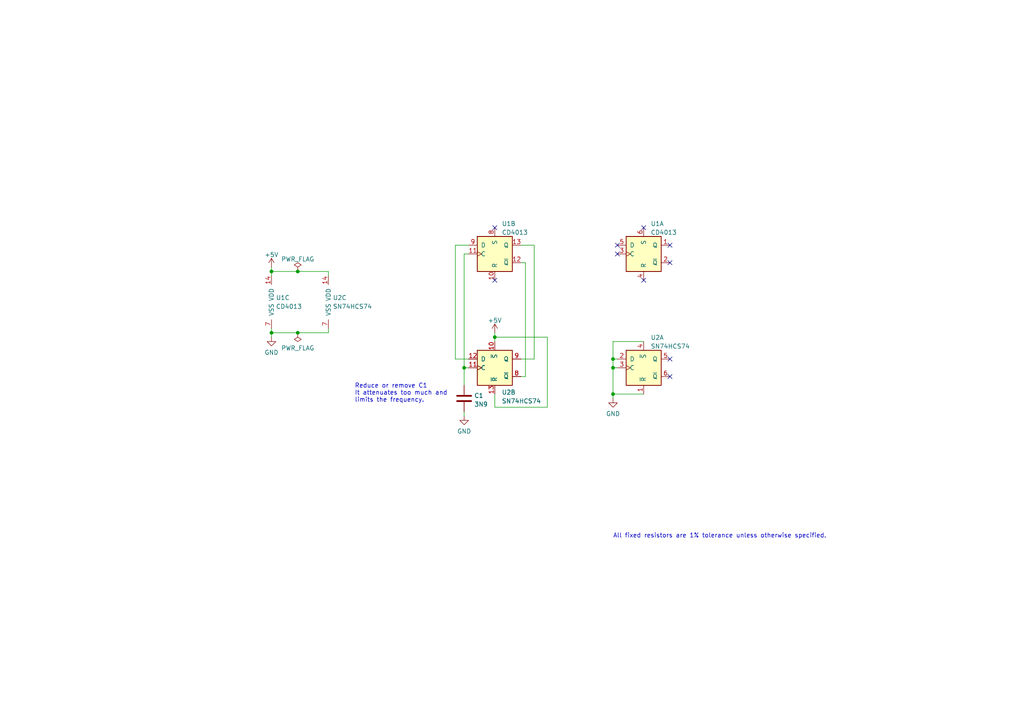
<source format=kicad_sch>
(kicad_sch (version 20211123) (generator eeschema)

  (uuid ec4976bd-238c-408a-9b53-7e9933418ed9)

  (paper "A4")

  (title_block
    (title "VCO-2131 Sub Bodge")
    (date "2022-07-04")
    (rev "1.0")
    (company "Len Popp")
    (comment 1 "Copyright © 2022 Len Popp CC BY")
    (comment 2 "Bodge board to fix sub-oscillator")
  )

  (lib_symbols
    (symbol "-lmp-IC-misc:CD4013" (pin_names (offset 1.016)) (in_bom yes) (on_board yes)
      (property "Reference" "U" (id 0) (at -7.62 8.89 0)
        (effects (font (size 1.27 1.27)))
      )
      (property "Value" "CD4013" (id 1) (at -7.62 -8.89 0)
        (effects (font (size 1.27 1.27)))
      )
      (property "Footprint" "Package_DIP:DIP-14_W7.62mm" (id 2) (at 0 1.016 0)
        (effects (font (size 1.27 1.27)) hide)
      )
      (property "Datasheet" "https://www.ti.com/lit/ds/symlink/cd4013b.pdf" (id 3) (at 0 1.016 0)
        (effects (font (size 1.27 1.27)) hide)
      )
      (property "Manufacturer" "Texas Instruments" (id 4) (at 0 0 0)
        (effects (font (size 1.27 1.27)) hide)
      )
      (property "ManufacturerPartNum" "CD4013BE" (id 5) (at 0 0 0)
        (effects (font (size 1.27 1.27)) hide)
      )
      (property "Distributor" "Mouser" (id 6) (at 0 0 0)
        (effects (font (size 1.27 1.27)) hide)
      )
      (property "DistributorPartNum" "595-CD4013BE" (id 7) (at 0 0 0)
        (effects (font (size 1.27 1.27)) hide)
      )
      (property "DistributorPartLink" "https://www.mouser.ca/ProductDetail/Texas-Instruments/CD4013BE?qs=pt%2FIv5r0EPc2Chv9B9JKAA==" (id 8) (at 0 0 0)
        (effects (font (size 1.27 1.27)) hide)
      )
      (property "ki_locked" "" (id 9) (at 0 0 0)
        (effects (font (size 1.27 1.27)))
      )
      (property "ki_keywords" "CMOS DFF" (id 10) (at 0 0 0)
        (effects (font (size 1.27 1.27)) hide)
      )
      (property "ki_description" "Dual D  FlipFlop, Set & reset" (id 11) (at 0 0 0)
        (effects (font (size 1.27 1.27)) hide)
      )
      (property "ki_fp_filters" "DIP*W7.62mm* SOIC*3.9x9.9mm*P1.27mm* TSSOP*4.4x5mm*P0.65mm*" (id 12) (at 0 0 0)
        (effects (font (size 1.27 1.27)) hide)
      )
      (symbol "CD4013_1_1"
        (rectangle (start -5.08 5.08) (end 5.08 -5.08)
          (stroke (width 0.254) (type default) (color 0 0 0 0))
          (fill (type background))
        )
        (pin output line (at 7.62 2.54 180) (length 2.54)
          (name "Q" (effects (font (size 1.27 1.27))))
          (number "1" (effects (font (size 1.27 1.27))))
        )
        (pin output line (at 7.62 -2.54 180) (length 2.54)
          (name "~{Q}" (effects (font (size 1.27 1.27))))
          (number "2" (effects (font (size 1.27 1.27))))
        )
        (pin input clock (at -7.62 0 0) (length 2.54)
          (name "C" (effects (font (size 1.27 1.27))))
          (number "3" (effects (font (size 1.27 1.27))))
        )
        (pin input line (at 0 -7.62 90) (length 2.54)
          (name "R" (effects (font (size 1.27 1.27))))
          (number "4" (effects (font (size 1.27 1.27))))
        )
        (pin input line (at -7.62 2.54 0) (length 2.54)
          (name "D" (effects (font (size 1.27 1.27))))
          (number "5" (effects (font (size 1.27 1.27))))
        )
        (pin input line (at 0 7.62 270) (length 2.54)
          (name "S" (effects (font (size 1.27 1.27))))
          (number "6" (effects (font (size 1.27 1.27))))
        )
      )
      (symbol "CD4013_2_1"
        (rectangle (start -5.08 5.08) (end 5.08 -5.08)
          (stroke (width 0.254) (type default) (color 0 0 0 0))
          (fill (type background))
        )
        (pin input line (at 0 -7.62 90) (length 2.54)
          (name "R" (effects (font (size 1.27 1.27))))
          (number "10" (effects (font (size 1.27 1.27))))
        )
        (pin input clock (at -7.62 0 0) (length 2.54)
          (name "C" (effects (font (size 1.27 1.27))))
          (number "11" (effects (font (size 1.27 1.27))))
        )
        (pin output line (at 7.62 -2.54 180) (length 2.54)
          (name "~{Q}" (effects (font (size 1.27 1.27))))
          (number "12" (effects (font (size 1.27 1.27))))
        )
        (pin output line (at 7.62 2.54 180) (length 2.54)
          (name "Q" (effects (font (size 1.27 1.27))))
          (number "13" (effects (font (size 1.27 1.27))))
        )
        (pin input line (at 0 7.62 270) (length 2.54)
          (name "S" (effects (font (size 1.27 1.27))))
          (number "8" (effects (font (size 1.27 1.27))))
        )
        (pin input line (at -7.62 2.54 0) (length 2.54)
          (name "D" (effects (font (size 1.27 1.27))))
          (number "9" (effects (font (size 1.27 1.27))))
        )
      )
      (symbol "CD4013_3_1"
        (pin power_in line (at 3.81 7.62 270) (length 2.54)
          (name "VDD" (effects (font (size 1.27 1.27))))
          (number "14" (effects (font (size 1.27 1.27))))
        )
        (pin power_in line (at 3.81 -7.62 90) (length 2.54)
          (name "VSS" (effects (font (size 1.27 1.27))))
          (number "7" (effects (font (size 1.27 1.27))))
        )
      )
    )
    (symbol "-lmp-IC-misc:SN74HCS74" (pin_names (offset 1.016)) (in_bom yes) (on_board yes)
      (property "Reference" "U" (id 0) (at -7.62 8.89 0)
        (effects (font (size 1.27 1.27)))
      )
      (property "Value" "SN74HCS74" (id 1) (at -7.62 -8.89 0)
        (effects (font (size 1.27 1.27)))
      )
      (property "Footprint" "Package_SO:SOIC-14_3.9x8.7mm_P1.27mm" (id 2) (at 0 0 0)
        (effects (font (size 1.27 1.27)) hide)
      )
      (property "Datasheet" "https://www.ti.com/lit/ds/symlink/sn74hcs74.pdf" (id 3) (at 0 0 0)
        (effects (font (size 1.27 1.27)) hide)
      )
      (property "Manufacturer" "Texas Instruments" (id 4) (at 0 0 0)
        (effects (font (size 1.27 1.27)) hide)
      )
      (property "ManufacturerPartNum" "SN74HCS74DR" (id 5) (at 0 0 0)
        (effects (font (size 1.27 1.27)) hide)
      )
      (property "Distributor" "Mouser" (id 6) (at 0 0 0)
        (effects (font (size 1.27 1.27)) hide)
      )
      (property "DistributorPartNum" "595-SN74HCS74DR" (id 7) (at 0 0 0)
        (effects (font (size 1.27 1.27)) hide)
      )
      (property "DistributorPartLink" "https://www.mouser.ca/ProductDetail/Texas-Instruments/SN74HCS74DR?qs=TiOZkKH1s2QvGxo75w4r5Q%3D%3D" (id 8) (at 0 0 0)
        (effects (font (size 1.27 1.27)) hide)
      )
      (property "ki_locked" "" (id 9) (at 0 0 0)
        (effects (font (size 1.27 1.27)))
      )
      (property "ki_keywords" "CMOS D flip-flop schmitt" (id 10) (at 0 0 0)
        (effects (font (size 1.27 1.27)) hide)
      )
      (property "ki_description" "CMOS Dual D Flip-flop, Set & Reset, Positive-edge Triggered, Schmitt-trigger Input" (id 11) (at 0 0 0)
        (effects (font (size 1.27 1.27)) hide)
      )
      (property "ki_fp_filters" "Breakout*DIP*14*W15.24mm* SOIC*14*3.9*8.7*P1.27*" (id 12) (at 0 0 0)
        (effects (font (size 1.27 1.27)) hide)
      )
      (symbol "SN74HCS74_1_0"
        (pin input line (at 0 -7.62 90) (length 2.54)
          (name "~{R}" (effects (font (size 1.27 1.27))))
          (number "1" (effects (font (size 1.27 1.27))))
        )
        (pin input line (at -7.62 2.54 0) (length 2.54)
          (name "D" (effects (font (size 1.27 1.27))))
          (number "2" (effects (font (size 1.27 1.27))))
        )
        (pin input clock (at -7.62 0 0) (length 2.54)
          (name "C" (effects (font (size 1.27 1.27))))
          (number "3" (effects (font (size 1.27 1.27))))
        )
        (pin input line (at 0 7.62 270) (length 2.54)
          (name "~{S}" (effects (font (size 1.27 1.27))))
          (number "4" (effects (font (size 1.27 1.27))))
        )
        (pin output line (at 7.62 2.54 180) (length 2.54)
          (name "Q" (effects (font (size 1.27 1.27))))
          (number "5" (effects (font (size 1.27 1.27))))
        )
        (pin output line (at 7.62 -2.54 180) (length 2.54)
          (name "~{Q}" (effects (font (size 1.27 1.27))))
          (number "6" (effects (font (size 1.27 1.27))))
        )
      )
      (symbol "SN74HCS74_1_1"
        (rectangle (start -5.08 5.08) (end 5.08 -5.08)
          (stroke (width 0.254) (type default) (color 0 0 0 0))
          (fill (type background))
        )
      )
      (symbol "SN74HCS74_2_0"
        (pin input line (at 0 7.62 270) (length 2.54)
          (name "~{S}" (effects (font (size 1.27 1.27))))
          (number "10" (effects (font (size 1.27 1.27))))
        )
        (pin input clock (at -7.62 0 0) (length 2.54)
          (name "C" (effects (font (size 1.27 1.27))))
          (number "11" (effects (font (size 1.27 1.27))))
        )
        (pin input line (at -7.62 2.54 0) (length 2.54)
          (name "D" (effects (font (size 1.27 1.27))))
          (number "12" (effects (font (size 1.27 1.27))))
        )
        (pin input line (at 0 -7.62 90) (length 2.54)
          (name "~{R}" (effects (font (size 1.27 1.27))))
          (number "13" (effects (font (size 1.27 1.27))))
        )
        (pin output line (at 7.62 -2.54 180) (length 2.54)
          (name "~{Q}" (effects (font (size 1.27 1.27))))
          (number "8" (effects (font (size 1.27 1.27))))
        )
        (pin output line (at 7.62 2.54 180) (length 2.54)
          (name "Q" (effects (font (size 1.27 1.27))))
          (number "9" (effects (font (size 1.27 1.27))))
        )
      )
      (symbol "SN74HCS74_2_1"
        (rectangle (start -5.08 5.08) (end 5.08 -5.08)
          (stroke (width 0.254) (type default) (color 0 0 0 0))
          (fill (type background))
        )
      )
      (symbol "SN74HCS74_3_1"
        (pin power_in line (at 0 7.62 270) (length 2.54)
          (name "VDD" (effects (font (size 1.27 1.27))))
          (number "14" (effects (font (size 1.27 1.27))))
        )
        (pin power_in line (at 0 -7.62 90) (length 2.54)
          (name "VSS" (effects (font (size 1.27 1.27))))
          (number "7" (effects (font (size 1.27 1.27))))
        )
      )
    )
    (symbol "-lmp-power:+5V" (power) (pin_names (offset 0)) (in_bom yes) (on_board yes)
      (property "Reference" "#PWR" (id 0) (at 0 -3.81 0)
        (effects (font (size 1.27 1.27)) hide)
      )
      (property "Value" "+5V" (id 1) (at 0 3.556 0)
        (effects (font (size 1.27 1.27)))
      )
      (property "Footprint" "" (id 2) (at 0 0 0)
        (effects (font (size 1.27 1.27)) hide)
      )
      (property "Datasheet" "" (id 3) (at 0 0 0)
        (effects (font (size 1.27 1.27)) hide)
      )
      (property "ki_keywords" "power-flag" (id 4) (at 0 0 0)
        (effects (font (size 1.27 1.27)) hide)
      )
      (property "ki_description" "Power symbol creates a global label with name \"+5V\"" (id 5) (at 0 0 0)
        (effects (font (size 1.27 1.27)) hide)
      )
      (symbol "+5V_0_1"
        (polyline
          (pts
            (xy -0.762 1.27)
            (xy 0 2.54)
          )
          (stroke (width 0) (type default) (color 0 0 0 0))
          (fill (type none))
        )
        (polyline
          (pts
            (xy 0 0)
            (xy 0 2.54)
          )
          (stroke (width 0) (type default) (color 0 0 0 0))
          (fill (type none))
        )
        (polyline
          (pts
            (xy 0 2.54)
            (xy 0.762 1.27)
          )
          (stroke (width 0) (type default) (color 0 0 0 0))
          (fill (type none))
        )
      )
      (symbol "+5V_1_1"
        (pin power_in line (at 0 0 90) (length 0) hide
          (name "+5V" (effects (font (size 1.27 1.27))))
          (number "1" (effects (font (size 1.27 1.27))))
        )
      )
    )
    (symbol "-lmp-power:GND" (power) (pin_names (offset 0)) (in_bom yes) (on_board yes)
      (property "Reference" "#PWR" (id 0) (at 0 -6.35 0)
        (effects (font (size 1.27 1.27)) hide)
      )
      (property "Value" "GND" (id 1) (at 0 -3.81 0)
        (effects (font (size 1.27 1.27)))
      )
      (property "Footprint" "" (id 2) (at 0 0 0)
        (effects (font (size 1.27 1.27)) hide)
      )
      (property "Datasheet" "" (id 3) (at 0 0 0)
        (effects (font (size 1.27 1.27)) hide)
      )
      (property "ki_keywords" "power-flag" (id 4) (at 0 0 0)
        (effects (font (size 1.27 1.27)) hide)
      )
      (property "ki_description" "Power symbol creates a global label with name \"GND\" , ground" (id 5) (at 0 0 0)
        (effects (font (size 1.27 1.27)) hide)
      )
      (symbol "GND_0_1"
        (polyline
          (pts
            (xy 0 0)
            (xy 0 -1.27)
            (xy 1.27 -1.27)
            (xy 0 -2.54)
            (xy -1.27 -1.27)
            (xy 0 -1.27)
          )
          (stroke (width 0) (type default) (color 0 0 0 0))
          (fill (type none))
        )
      )
      (symbol "GND_1_1"
        (pin power_in line (at 0 0 270) (length 0) hide
          (name "GND" (effects (font (size 1.27 1.27))))
          (number "1" (effects (font (size 1.27 1.27))))
        )
      )
    )
    (symbol "-lmp-power:PWR_FLAG" (power) (pin_numbers hide) (pin_names (offset 0) hide) (in_bom yes) (on_board yes)
      (property "Reference" "#FLG" (id 0) (at 0 1.905 0)
        (effects (font (size 1.27 1.27)) hide)
      )
      (property "Value" "PWR_FLAG" (id 1) (at 0 3.81 0)
        (effects (font (size 1.27 1.27)))
      )
      (property "Footprint" "" (id 2) (at 0 0 0)
        (effects (font (size 1.27 1.27)) hide)
      )
      (property "Datasheet" "~" (id 3) (at 0 0 0)
        (effects (font (size 1.27 1.27)) hide)
      )
      (property "ki_keywords" "power-flag" (id 4) (at 0 0 0)
        (effects (font (size 1.27 1.27)) hide)
      )
      (property "ki_description" "Special symbol for telling ERC where power comes from" (id 5) (at 0 0 0)
        (effects (font (size 1.27 1.27)) hide)
      )
      (symbol "PWR_FLAG_0_0"
        (pin power_out line (at 0 0 90) (length 0)
          (name "pwr" (effects (font (size 1.27 1.27))))
          (number "1" (effects (font (size 1.27 1.27))))
        )
      )
      (symbol "PWR_FLAG_0_1"
        (polyline
          (pts
            (xy 0 0)
            (xy 0 1.27)
            (xy -1.016 1.905)
            (xy 0 2.54)
            (xy 1.016 1.905)
            (xy 0 1.27)
          )
          (stroke (width 0) (type default) (color 0 0 0 0))
          (fill (type none))
        )
      )
    )
    (symbol "-lmp:CF" (pin_numbers hide) (pin_names (offset 0.254)) (in_bom yes) (on_board yes)
      (property "Reference" "C" (id 0) (at 0.635 2.54 0)
        (effects (font (size 1.27 1.27)) (justify left))
      )
      (property "Value" "CF" (id 1) (at 0.635 -2.54 0)
        (effects (font (size 1.27 1.27)) (justify left))
      )
      (property "Footprint" "" (id 2) (at 0.9652 -3.81 0)
        (effects (font (size 1.27 1.27)) hide)
      )
      (property "Datasheet" "~" (id 3) (at 0 0 0)
        (effects (font (size 1.27 1.27)) hide)
      )
      (property "ki_keywords" "cap capacitor film" (id 4) (at 0 0 0)
        (effects (font (size 1.27 1.27)) hide)
      )
      (property "ki_description" "Capacitor - Film" (id 5) (at 0 0 0)
        (effects (font (size 1.27 1.27)) hide)
      )
      (property "ki_fp_filters" "C_*" (id 6) (at 0 0 0)
        (effects (font (size 1.27 1.27)) hide)
      )
      (symbol "CF_0_1"
        (polyline
          (pts
            (xy -2.032 -0.762)
            (xy 2.032 -0.762)
          )
          (stroke (width 0.508) (type default) (color 0 0 0 0))
          (fill (type none))
        )
        (polyline
          (pts
            (xy -2.032 0.762)
            (xy 2.032 0.762)
          )
          (stroke (width 0.508) (type default) (color 0 0 0 0))
          (fill (type none))
        )
      )
      (symbol "CF_1_1"
        (pin passive line (at 0 3.81 270) (length 2.794)
          (name "~" (effects (font (size 1.27 1.27))))
          (number "1" (effects (font (size 1.27 1.27))))
        )
        (pin passive line (at 0 -3.81 90) (length 2.794)
          (name "~" (effects (font (size 1.27 1.27))))
          (number "2" (effects (font (size 1.27 1.27))))
        )
      )
    )
    (symbol "SN74HCS74_1" (pin_names (offset 1.016)) (in_bom yes) (on_board yes)
      (property "Reference" "U" (id 0) (at -7.62 8.89 0)
        (effects (font (size 1.27 1.27)))
      )
      (property "Value" "SN74HCS74_1" (id 1) (at -7.62 -8.89 0)
        (effects (font (size 1.27 1.27)))
      )
      (property "Footprint" "Package_SO:SOIC-14_3.9x8.7mm_P1.27mm" (id 2) (at 0 0 0)
        (effects (font (size 1.27 1.27)) hide)
      )
      (property "Datasheet" "https://www.ti.com/lit/ds/symlink/sn74hcs74.pdf" (id 3) (at 0 0 0)
        (effects (font (size 1.27 1.27)) hide)
      )
      (property "Manufacturer" "Texas Instruments" (id 4) (at 0 0 0)
        (effects (font (size 1.27 1.27)) hide)
      )
      (property "ManufacturerPartNum" "SN74HCS74DR" (id 5) (at 0 0 0)
        (effects (font (size 1.27 1.27)) hide)
      )
      (property "Distributor" "Mouser" (id 6) (at 0 0 0)
        (effects (font (size 1.27 1.27)) hide)
      )
      (property "DistributorPartNum" "595-SN74HCS74DR" (id 7) (at 0 0 0)
        (effects (font (size 1.27 1.27)) hide)
      )
      (property "DistributorPartLink" "https://www.mouser.ca/ProductDetail/Texas-Instruments/SN74HCS74DR?qs=TiOZkKH1s2QvGxo75w4r5Q%3D%3D" (id 8) (at 0 0 0)
        (effects (font (size 1.27 1.27)) hide)
      )
      (property "ki_locked" "" (id 9) (at 0 0 0)
        (effects (font (size 1.27 1.27)))
      )
      (property "ki_keywords" "CMOS D flip-flop schmitt" (id 10) (at 0 0 0)
        (effects (font (size 1.27 1.27)) hide)
      )
      (property "ki_description" "CMOS Dual D Flip-flop, Set & Reset, Positive-edge Triggered, Schmitt-trigger Input" (id 11) (at 0 0 0)
        (effects (font (size 1.27 1.27)) hide)
      )
      (property "ki_fp_filters" "Breakout*DIP*14*W15.24mm* SOIC*14*3.9*8.7*P1.27*" (id 12) (at 0 0 0)
        (effects (font (size 1.27 1.27)) hide)
      )
      (symbol "SN74HCS74_1_1_0"
        (pin input line (at 0 -7.62 90) (length 2.54)
          (name "~{R}" (effects (font (size 1.27 1.27))))
          (number "1" (effects (font (size 1.27 1.27))))
        )
        (pin input line (at -7.62 2.54 0) (length 2.54)
          (name "D" (effects (font (size 1.27 1.27))))
          (number "2" (effects (font (size 1.27 1.27))))
        )
        (pin input clock (at -7.62 0 0) (length 2.54)
          (name "C" (effects (font (size 1.27 1.27))))
          (number "3" (effects (font (size 1.27 1.27))))
        )
        (pin input line (at 0 7.62 270) (length 2.54)
          (name "~{S}" (effects (font (size 1.27 1.27))))
          (number "4" (effects (font (size 1.27 1.27))))
        )
        (pin output line (at 7.62 2.54 180) (length 2.54)
          (name "Q" (effects (font (size 1.27 1.27))))
          (number "5" (effects (font (size 1.27 1.27))))
        )
        (pin output line (at 7.62 -2.54 180) (length 2.54)
          (name "~{Q}" (effects (font (size 1.27 1.27))))
          (number "6" (effects (font (size 1.27 1.27))))
        )
      )
      (symbol "SN74HCS74_1_1_1"
        (rectangle (start -5.08 5.08) (end 5.08 -5.08)
          (stroke (width 0.254) (type default) (color 0 0 0 0))
          (fill (type background))
        )
      )
      (symbol "SN74HCS74_1_2_0"
        (pin input line (at 0 7.62 270) (length 2.54)
          (name "~{S}" (effects (font (size 1.27 1.27))))
          (number "10" (effects (font (size 1.27 1.27))))
        )
        (pin input clock (at -7.62 0 0) (length 2.54)
          (name "C" (effects (font (size 1.27 1.27))))
          (number "11" (effects (font (size 1.27 1.27))))
        )
        (pin input line (at -7.62 2.54 0) (length 2.54)
          (name "D" (effects (font (size 1.27 1.27))))
          (number "12" (effects (font (size 1.27 1.27))))
        )
        (pin input line (at 0 -7.62 90) (length 2.54)
          (name "~{R}" (effects (font (size 1.27 1.27))))
          (number "13" (effects (font (size 1.27 1.27))))
        )
        (pin output line (at 7.62 -2.54 180) (length 2.54)
          (name "~{Q}" (effects (font (size 1.27 1.27))))
          (number "8" (effects (font (size 1.27 1.27))))
        )
        (pin output line (at 7.62 2.54 180) (length 2.54)
          (name "Q" (effects (font (size 1.27 1.27))))
          (number "9" (effects (font (size 1.27 1.27))))
        )
      )
      (symbol "SN74HCS74_1_2_1"
        (rectangle (start -5.08 5.08) (end 5.08 -5.08)
          (stroke (width 0.254) (type default) (color 0 0 0 0))
          (fill (type background))
        )
      )
      (symbol "SN74HCS74_1_3_1"
        (pin power_in line (at 0 7.62 270) (length 2.54)
          (name "VDD" (effects (font (size 1.27 1.27))))
          (number "14" (effects (font (size 1.27 1.27))))
        )
        (pin power_in line (at 0 -7.62 90) (length 2.54)
          (name "VSS" (effects (font (size 1.27 1.27))))
          (number "7" (effects (font (size 1.27 1.27))))
        )
      )
    )
    (symbol "SN74HCS74_2" (pin_names (offset 1.016)) (in_bom yes) (on_board yes)
      (property "Reference" "U" (id 0) (at -7.62 8.89 0)
        (effects (font (size 1.27 1.27)))
      )
      (property "Value" "SN74HCS74_2" (id 1) (at -7.62 -8.89 0)
        (effects (font (size 1.27 1.27)))
      )
      (property "Footprint" "Package_SO:SOIC-14_3.9x8.7mm_P1.27mm" (id 2) (at 0 0 0)
        (effects (font (size 1.27 1.27)) hide)
      )
      (property "Datasheet" "https://www.ti.com/lit/ds/symlink/sn74hcs74.pdf" (id 3) (at 0 0 0)
        (effects (font (size 1.27 1.27)) hide)
      )
      (property "Manufacturer" "Texas Instruments" (id 4) (at 0 0 0)
        (effects (font (size 1.27 1.27)) hide)
      )
      (property "ManufacturerPartNum" "SN74HCS74DR" (id 5) (at 0 0 0)
        (effects (font (size 1.27 1.27)) hide)
      )
      (property "Distributor" "Mouser" (id 6) (at 0 0 0)
        (effects (font (size 1.27 1.27)) hide)
      )
      (property "DistributorPartNum" "595-SN74HCS74DR" (id 7) (at 0 0 0)
        (effects (font (size 1.27 1.27)) hide)
      )
      (property "DistributorPartLink" "https://www.mouser.ca/ProductDetail/Texas-Instruments/SN74HCS74DR?qs=TiOZkKH1s2QvGxo75w4r5Q%3D%3D" (id 8) (at 0 0 0)
        (effects (font (size 1.27 1.27)) hide)
      )
      (property "ki_locked" "" (id 9) (at 0 0 0)
        (effects (font (size 1.27 1.27)))
      )
      (property "ki_keywords" "CMOS D flip-flop schmitt" (id 10) (at 0 0 0)
        (effects (font (size 1.27 1.27)) hide)
      )
      (property "ki_description" "CMOS Dual D Flip-flop, Set & Reset, Positive-edge Triggered, Schmitt-trigger Input" (id 11) (at 0 0 0)
        (effects (font (size 1.27 1.27)) hide)
      )
      (property "ki_fp_filters" "Breakout*DIP*14*W15.24mm* SOIC*14*3.9*8.7*P1.27*" (id 12) (at 0 0 0)
        (effects (font (size 1.27 1.27)) hide)
      )
      (symbol "SN74HCS74_2_1_0"
        (pin input line (at 0 -7.62 90) (length 2.54)
          (name "~{R}" (effects (font (size 1.27 1.27))))
          (number "1" (effects (font (size 1.27 1.27))))
        )
        (pin input line (at -7.62 2.54 0) (length 2.54)
          (name "D" (effects (font (size 1.27 1.27))))
          (number "2" (effects (font (size 1.27 1.27))))
        )
        (pin input clock (at -7.62 0 0) (length 2.54)
          (name "C" (effects (font (size 1.27 1.27))))
          (number "3" (effects (font (size 1.27 1.27))))
        )
        (pin input line (at 0 7.62 270) (length 2.54)
          (name "~{S}" (effects (font (size 1.27 1.27))))
          (number "4" (effects (font (size 1.27 1.27))))
        )
        (pin output line (at 7.62 2.54 180) (length 2.54)
          (name "Q" (effects (font (size 1.27 1.27))))
          (number "5" (effects (font (size 1.27 1.27))))
        )
        (pin output line (at 7.62 -2.54 180) (length 2.54)
          (name "~{Q}" (effects (font (size 1.27 1.27))))
          (number "6" (effects (font (size 1.27 1.27))))
        )
      )
      (symbol "SN74HCS74_2_1_1"
        (rectangle (start -5.08 5.08) (end 5.08 -5.08)
          (stroke (width 0.254) (type default) (color 0 0 0 0))
          (fill (type background))
        )
      )
      (symbol "SN74HCS74_2_2_0"
        (pin input line (at 0 7.62 270) (length 2.54)
          (name "~{S}" (effects (font (size 1.27 1.27))))
          (number "10" (effects (font (size 1.27 1.27))))
        )
        (pin input clock (at -7.62 0 0) (length 2.54)
          (name "C" (effects (font (size 1.27 1.27))))
          (number "11" (effects (font (size 1.27 1.27))))
        )
        (pin input line (at -7.62 2.54 0) (length 2.54)
          (name "D" (effects (font (size 1.27 1.27))))
          (number "12" (effects (font (size 1.27 1.27))))
        )
        (pin input line (at 0 -7.62 90) (length 2.54)
          (name "~{R}" (effects (font (size 1.27 1.27))))
          (number "13" (effects (font (size 1.27 1.27))))
        )
        (pin output line (at 7.62 -2.54 180) (length 2.54)
          (name "~{Q}" (effects (font (size 1.27 1.27))))
          (number "8" (effects (font (size 1.27 1.27))))
        )
        (pin output line (at 7.62 2.54 180) (length 2.54)
          (name "Q" (effects (font (size 1.27 1.27))))
          (number "9" (effects (font (size 1.27 1.27))))
        )
      )
      (symbol "SN74HCS74_2_2_1"
        (rectangle (start -5.08 5.08) (end 5.08 -5.08)
          (stroke (width 0.254) (type default) (color 0 0 0 0))
          (fill (type background))
        )
      )
      (symbol "SN74HCS74_2_3_1"
        (pin power_in line (at 0 7.62 270) (length 2.54)
          (name "VDD" (effects (font (size 1.27 1.27))))
          (number "14" (effects (font (size 1.27 1.27))))
        )
        (pin power_in line (at 0 -7.62 90) (length 2.54)
          (name "VSS" (effects (font (size 1.27 1.27))))
          (number "7" (effects (font (size 1.27 1.27))))
        )
      )
    )
  )


  (junction (at 86.36 96.52) (diameter 0) (color 0 0 0 0)
    (uuid 341d020c-9d35-41c8-bc0b-d7a9a1fe4a0f)
  )
  (junction (at 177.8 104.14) (diameter 0) (color 0 0 0 0)
    (uuid 5040d386-057f-43a7-80b8-7f41378c2f8a)
  )
  (junction (at 143.51 97.79) (diameter 0) (color 0 0 0 0)
    (uuid 59e67ae1-344a-4cef-aecb-8d72f7db6fd2)
  )
  (junction (at 134.62 106.68) (diameter 0) (color 0 0 0 0)
    (uuid 6500dcd4-36d4-4580-ad9c-98729e5dfa41)
  )
  (junction (at 177.8 106.68) (diameter 0) (color 0 0 0 0)
    (uuid b17fb76f-64d1-4f96-a503-af50dcf84449)
  )
  (junction (at 78.74 96.52) (diameter 0) (color 0 0 0 0)
    (uuid cc1b01a4-6348-46f5-b8f8-b47dea688cff)
  )
  (junction (at 78.74 78.74) (diameter 0) (color 0 0 0 0)
    (uuid ce3d5bf9-73a0-401e-9794-0edaa5f89be1)
  )
  (junction (at 86.36 78.74) (diameter 0) (color 0 0 0 0)
    (uuid eabd7e9f-91ab-4d82-b186-ab7a07a1653d)
  )
  (junction (at 177.8 114.3) (diameter 0) (color 0 0 0 0)
    (uuid fe445233-a17d-43e0-9bdf-696380c43fe4)
  )

  (no_connect (at 143.51 81.28) (uuid 181a100c-85de-4b60-af65-2a0d853309d6))
  (no_connect (at 143.51 66.04) (uuid 181a100c-85de-4b60-af65-2a0d853309d7))
  (no_connect (at 186.69 81.28) (uuid 181a100c-85de-4b60-af65-2a0d853309d8))
  (no_connect (at 179.07 73.66) (uuid 181a100c-85de-4b60-af65-2a0d853309d9))
  (no_connect (at 179.07 71.12) (uuid 181a100c-85de-4b60-af65-2a0d853309da))
  (no_connect (at 186.69 66.04) (uuid 181a100c-85de-4b60-af65-2a0d853309db))
  (no_connect (at 194.31 104.14) (uuid 27810080-7204-4339-bc9c-70634d52ef0b))
  (no_connect (at 194.31 109.22) (uuid 27810080-7204-4339-bc9c-70634d52ef0c))
  (no_connect (at 194.31 76.2) (uuid 27810080-7204-4339-bc9c-70634d52ef0d))
  (no_connect (at 194.31 71.12) (uuid 27810080-7204-4339-bc9c-70634d52ef0e))

  (wire (pts (xy 152.4 109.22) (xy 151.13 109.22))
    (stroke (width 0) (type default) (color 0 0 0 0))
    (uuid 0043200b-beef-424b-8919-0a20deca9254)
  )
  (wire (pts (xy 86.36 96.52) (xy 95.25 96.52))
    (stroke (width 0) (type default) (color 0 0 0 0))
    (uuid 0436ab53-68c6-40cc-8423-40b27803c875)
  )
  (wire (pts (xy 177.8 114.3) (xy 177.8 115.57))
    (stroke (width 0) (type default) (color 0 0 0 0))
    (uuid 055a82b0-0bde-48a4-90b3-5bd64f9ceeba)
  )
  (wire (pts (xy 177.8 104.14) (xy 177.8 106.68))
    (stroke (width 0) (type default) (color 0 0 0 0))
    (uuid 0878bdcd-3038-4d1f-92ff-188cd97fb87c)
  )
  (wire (pts (xy 135.89 71.12) (xy 132.08 71.12))
    (stroke (width 0) (type default) (color 0 0 0 0))
    (uuid 0e4887e1-d94e-4f8e-a65b-36f339de8ae5)
  )
  (wire (pts (xy 132.08 71.12) (xy 132.08 104.14))
    (stroke (width 0) (type default) (color 0 0 0 0))
    (uuid 0e673bc2-fc57-476e-8d5f-261432699924)
  )
  (wire (pts (xy 143.51 96.52) (xy 143.51 97.79))
    (stroke (width 0) (type default) (color 0 0 0 0))
    (uuid 1700d7a0-253d-4223-ac8c-95dd1fd3c400)
  )
  (wire (pts (xy 143.51 97.79) (xy 158.75 97.79))
    (stroke (width 0) (type default) (color 0 0 0 0))
    (uuid 1ca7933a-5f66-4010-8ec1-94ecc56a9f12)
  )
  (wire (pts (xy 158.75 97.79) (xy 158.75 118.11))
    (stroke (width 0) (type default) (color 0 0 0 0))
    (uuid 2308928a-a7bb-4ad2-b7be-491ece033fc7)
  )
  (wire (pts (xy 134.62 119.38) (xy 134.62 120.65))
    (stroke (width 0) (type default) (color 0 0 0 0))
    (uuid 2539e6d2-d0e6-475b-b3ff-cf606e95c279)
  )
  (wire (pts (xy 132.08 104.14) (xy 135.89 104.14))
    (stroke (width 0) (type default) (color 0 0 0 0))
    (uuid 276e7943-331d-4521-b029-469b8c344212)
  )
  (wire (pts (xy 95.25 78.74) (xy 95.25 80.01))
    (stroke (width 0) (type default) (color 0 0 0 0))
    (uuid 2e8d90d1-8c7b-4ff6-95dd-2e94a4974fd6)
  )
  (wire (pts (xy 143.51 114.3) (xy 143.51 118.11))
    (stroke (width 0) (type default) (color 0 0 0 0))
    (uuid 337c7b87-595b-487c-935f-bbb0689e7902)
  )
  (wire (pts (xy 78.74 77.47) (xy 78.74 78.74))
    (stroke (width 0) (type default) (color 0 0 0 0))
    (uuid 34db8a2d-6f91-4516-af64-35725c9fe546)
  )
  (wire (pts (xy 143.51 97.79) (xy 143.51 99.06))
    (stroke (width 0) (type default) (color 0 0 0 0))
    (uuid 39c81a4a-c27e-4397-b0a9-3db9eba0713f)
  )
  (wire (pts (xy 177.8 114.3) (xy 186.69 114.3))
    (stroke (width 0) (type default) (color 0 0 0 0))
    (uuid 4ad638b9-38b4-4459-8067-8b20cb40b09c)
  )
  (wire (pts (xy 186.69 99.06) (xy 177.8 99.06))
    (stroke (width 0) (type default) (color 0 0 0 0))
    (uuid 50d2f82d-d227-4857-b422-92838b2097f9)
  )
  (wire (pts (xy 143.51 118.11) (xy 158.75 118.11))
    (stroke (width 0) (type default) (color 0 0 0 0))
    (uuid 53cb0577-5d04-4fa3-bc1f-2d4b9088e54e)
  )
  (wire (pts (xy 152.4 76.2) (xy 152.4 109.22))
    (stroke (width 0) (type default) (color 0 0 0 0))
    (uuid 55b988b9-e011-489e-a300-e5e1e609cd58)
  )
  (wire (pts (xy 177.8 104.14) (xy 179.07 104.14))
    (stroke (width 0) (type default) (color 0 0 0 0))
    (uuid 5825d148-efee-47fc-9c55-63d226c09611)
  )
  (wire (pts (xy 78.74 96.52) (xy 78.74 97.79))
    (stroke (width 0) (type default) (color 0 0 0 0))
    (uuid 64facd87-c9e3-4f00-b7cc-8c5c703510e8)
  )
  (wire (pts (xy 134.62 106.68) (xy 134.62 111.76))
    (stroke (width 0) (type default) (color 0 0 0 0))
    (uuid 6be0d13e-68e2-49e3-80a9-dd7e41efc994)
  )
  (wire (pts (xy 95.25 95.25) (xy 95.25 96.52))
    (stroke (width 0) (type default) (color 0 0 0 0))
    (uuid 7ab0be30-e5e8-44ce-9348-2e962fbe0a25)
  )
  (wire (pts (xy 154.94 71.12) (xy 154.94 104.14))
    (stroke (width 0) (type default) (color 0 0 0 0))
    (uuid 8baec2c2-ac46-4f4b-93f9-8ba03540e06d)
  )
  (wire (pts (xy 78.74 96.52) (xy 86.36 96.52))
    (stroke (width 0) (type default) (color 0 0 0 0))
    (uuid 93c0b81e-4907-4f14-a613-359a7ce85e91)
  )
  (wire (pts (xy 154.94 104.14) (xy 151.13 104.14))
    (stroke (width 0) (type default) (color 0 0 0 0))
    (uuid 9765831b-63e0-4e41-862e-f70e86565cf3)
  )
  (wire (pts (xy 134.62 106.68) (xy 134.62 73.66))
    (stroke (width 0) (type default) (color 0 0 0 0))
    (uuid 99381003-fa95-4046-b604-78044c732651)
  )
  (wire (pts (xy 151.13 76.2) (xy 152.4 76.2))
    (stroke (width 0) (type default) (color 0 0 0 0))
    (uuid a962788f-3146-4305-88c9-4dca5666298e)
  )
  (wire (pts (xy 135.89 106.68) (xy 134.62 106.68))
    (stroke (width 0) (type default) (color 0 0 0 0))
    (uuid af824bc7-9df8-4f9b-9ced-154d411850f7)
  )
  (wire (pts (xy 134.62 73.66) (xy 135.89 73.66))
    (stroke (width 0) (type default) (color 0 0 0 0))
    (uuid b6a8f8b1-cf05-4426-8b0c-4a39c90b89c1)
  )
  (wire (pts (xy 177.8 99.06) (xy 177.8 104.14))
    (stroke (width 0) (type default) (color 0 0 0 0))
    (uuid b71e625e-b82e-4b0c-91b2-a98ab0677301)
  )
  (wire (pts (xy 78.74 78.74) (xy 78.74 80.01))
    (stroke (width 0) (type default) (color 0 0 0 0))
    (uuid d3811e8b-ee06-44da-9d97-7e7de0bcb456)
  )
  (wire (pts (xy 86.36 78.74) (xy 95.25 78.74))
    (stroke (width 0) (type default) (color 0 0 0 0))
    (uuid d5e00be1-b91a-40e3-bc03-af1ce022096a)
  )
  (wire (pts (xy 151.13 71.12) (xy 154.94 71.12))
    (stroke (width 0) (type default) (color 0 0 0 0))
    (uuid e2390d70-f567-4f70-b2f2-d70cd2fc7ced)
  )
  (wire (pts (xy 78.74 95.25) (xy 78.74 96.52))
    (stroke (width 0) (type default) (color 0 0 0 0))
    (uuid e8de1c35-aae3-42ed-b091-b1a282d9f824)
  )
  (wire (pts (xy 177.8 106.68) (xy 177.8 114.3))
    (stroke (width 0) (type default) (color 0 0 0 0))
    (uuid ec5c0ee5-01d3-460e-8457-695120f1366f)
  )
  (wire (pts (xy 78.74 78.74) (xy 86.36 78.74))
    (stroke (width 0) (type default) (color 0 0 0 0))
    (uuid ed7c39cb-7cd1-4ff4-8bda-bda4b2ba85d6)
  )
  (wire (pts (xy 177.8 106.68) (xy 179.07 106.68))
    (stroke (width 0) (type default) (color 0 0 0 0))
    (uuid fe10497b-4a47-4258-abf5-3d8d5fc97057)
  )

  (text "Reduce or remove C1\nIt attenuates too much and \nlimits the frequency."
    (at 102.87 116.84 0)
    (effects (font (size 1.27 1.27)) (justify left bottom))
    (uuid ab0a88a1-f540-4822-83d0-8358803e0543)
  )
  (text "All fixed resistors are 1% tolerance unless otherwise specified."
    (at 177.8 156.21 0)
    (effects (font (size 1.27 1.27)) (justify left bottom))
    (uuid b816522c-506c-4bdd-a3b2-d459b7f983a6)
  )

  (symbol (lib_id "-lmp-IC-misc:CD4013") (at 143.51 73.66 0) (unit 2)
    (in_bom yes) (on_board yes) (fields_autoplaced)
    (uuid 00705667-1998-4399-a5bf-af2ebfd82034)
    (property "Reference" "U1" (id 0) (at 145.5294 64.8802 0)
      (effects (font (size 1.27 1.27)) (justify left))
    )
    (property "Value" "CD4013" (id 1) (at 145.5294 67.4171 0)
      (effects (font (size 1.27 1.27)) (justify left))
    )
    (property "Footprint" "Package_DIP:DIP-14_W7.62mm" (id 2) (at 143.51 72.644 0)
      (effects (font (size 1.27 1.27)) hide)
    )
    (property "Datasheet" "https://www.ti.com/lit/ds/symlink/cd4013b.pdf" (id 3) (at 143.51 72.644 0)
      (effects (font (size 1.27 1.27)) hide)
    )
    (property "Manufacturer" "Texas Instruments" (id 4) (at 143.51 73.66 0)
      (effects (font (size 1.27 1.27)) hide)
    )
    (property "ManufacturerPartNum" "CD4013BE" (id 5) (at 143.51 73.66 0)
      (effects (font (size 1.27 1.27)) hide)
    )
    (property "Distributor" "Mouser" (id 6) (at 143.51 73.66 0)
      (effects (font (size 1.27 1.27)) hide)
    )
    (property "DistributorPartNum" "595-CD4013BE" (id 7) (at 143.51 73.66 0)
      (effects (font (size 1.27 1.27)) hide)
    )
    (property "DistributorPartLink" "https://www.mouser.ca/ProductDetail/Texas-Instruments/CD4013BE?qs=pt%2FIv5r0EPc2Chv9B9JKAA==" (id 8) (at 143.51 73.66 0)
      (effects (font (size 1.27 1.27)) hide)
    )
    (pin "1" (uuid 1b43b0f1-3603-4533-b8c5-30aff6cc5ebb))
    (pin "2" (uuid 1beb94ac-0980-4446-a15a-6f6028c2875b))
    (pin "3" (uuid 0ccf3bde-866e-4231-b785-fc8e0833134f))
    (pin "4" (uuid dde0a94d-9f7e-4c0d-b9bd-67d919096fa1))
    (pin "5" (uuid 4bbbd8c8-4e36-4cd9-a712-7bf873ec1ef3))
    (pin "6" (uuid 1a7f6efa-ef60-433d-acc0-6f9a9126bc57))
    (pin "10" (uuid 8a4bd203-982c-47eb-8d5f-c6411ccb82db))
    (pin "11" (uuid 64785f4f-92fd-44e0-8e9a-2f3a123d3461))
    (pin "12" (uuid d700fab8-54ff-4598-b1ed-2da6ebf65439))
    (pin "13" (uuid 5039f9ed-3687-480a-b451-438b92d2c07f))
    (pin "8" (uuid 63e61c71-224b-4a45-a318-e6a3057bc573))
    (pin "9" (uuid e8a25d38-5aa4-4107-9d31-ac0ccc1ef2d4))
    (pin "14" (uuid 2b57e035-c5f2-4692-ba8d-3bdd0e309a9c))
    (pin "7" (uuid 2225601c-daae-46cb-9467-08f7096b4a9f))
  )

  (symbol (lib_id "-lmp-power:+5V") (at 78.74 77.47 0) (unit 1)
    (in_bom yes) (on_board yes) (fields_autoplaced)
    (uuid 25dda71c-2a69-4524-8f0a-227178fc174f)
    (property "Reference" "#PWR01" (id 0) (at 78.74 81.28 0)
      (effects (font (size 1.27 1.27)) hide)
    )
    (property "Value" "+5V" (id 1) (at 78.74 73.8942 0))
    (property "Footprint" "" (id 2) (at 78.74 77.47 0)
      (effects (font (size 1.27 1.27)) hide)
    )
    (property "Datasheet" "" (id 3) (at 78.74 77.47 0)
      (effects (font (size 1.27 1.27)) hide)
    )
    (pin "1" (uuid 1d6119f2-44bf-40a9-8eca-1e6c7ecc0700))
  )

  (symbol (lib_id "-lmp:CF") (at 134.62 115.57 0) (unit 1)
    (in_bom yes) (on_board yes) (fields_autoplaced)
    (uuid 3f1e70a7-ecc0-4841-946e-e4cadf1fcc8e)
    (property "Reference" "C1" (id 0) (at 137.541 114.7353 0)
      (effects (font (size 1.27 1.27)) (justify left))
    )
    (property "Value" "3N9" (id 1) (at 137.541 117.2722 0)
      (effects (font (size 1.27 1.27)) (justify left))
    )
    (property "Footprint" "-lmp-misc:C_Rect_Kemet_L7.2mm_W2.5mm_P5mm" (id 2) (at 135.5852 119.38 0)
      (effects (font (size 1.27 1.27)) hide)
    )
    (property "Datasheet" "~" (id 3) (at 134.62 115.57 0)
      (effects (font (size 1.27 1.27)) hide)
    )
    (pin "1" (uuid f856a9d1-03df-41ae-88fe-9ec28ccad5c3))
    (pin "2" (uuid 1ff1cd64-bb20-4155-8c56-95dde0f68178))
  )

  (symbol (lib_id "-lmp-power:PWR_FLAG") (at 86.36 78.74 0) (unit 1)
    (in_bom yes) (on_board yes) (fields_autoplaced)
    (uuid 55e34010-467f-4d03-a3cf-6eee79fb56e6)
    (property "Reference" "#FLG01" (id 0) (at 86.36 76.835 0)
      (effects (font (size 1.27 1.27)) hide)
    )
    (property "Value" "PWR_FLAG" (id 1) (at 86.36 75.1642 0))
    (property "Footprint" "" (id 2) (at 86.36 78.74 0)
      (effects (font (size 1.27 1.27)) hide)
    )
    (property "Datasheet" "~" (id 3) (at 86.36 78.74 0)
      (effects (font (size 1.27 1.27)) hide)
    )
    (pin "1" (uuid cd7068e5-78b1-4cc9-8a81-679288091d58))
  )

  (symbol (lib_id "-lmp-IC-misc:CD4013") (at 186.69 73.66 0) (unit 1)
    (in_bom yes) (on_board yes) (fields_autoplaced)
    (uuid 564c737a-c22b-400c-8665-990100e2bad2)
    (property "Reference" "U1" (id 0) (at 188.7094 64.8802 0)
      (effects (font (size 1.27 1.27)) (justify left))
    )
    (property "Value" "CD4013" (id 1) (at 188.7094 67.4171 0)
      (effects (font (size 1.27 1.27)) (justify left))
    )
    (property "Footprint" "Package_DIP:DIP-14_W7.62mm" (id 2) (at 186.69 72.644 0)
      (effects (font (size 1.27 1.27)) hide)
    )
    (property "Datasheet" "https://www.ti.com/lit/ds/symlink/cd4013b.pdf" (id 3) (at 186.69 72.644 0)
      (effects (font (size 1.27 1.27)) hide)
    )
    (property "Manufacturer" "Texas Instruments" (id 4) (at 186.69 73.66 0)
      (effects (font (size 1.27 1.27)) hide)
    )
    (property "ManufacturerPartNum" "CD4013BE" (id 5) (at 186.69 73.66 0)
      (effects (font (size 1.27 1.27)) hide)
    )
    (property "Distributor" "Mouser" (id 6) (at 186.69 73.66 0)
      (effects (font (size 1.27 1.27)) hide)
    )
    (property "DistributorPartNum" "595-CD4013BE" (id 7) (at 186.69 73.66 0)
      (effects (font (size 1.27 1.27)) hide)
    )
    (property "DistributorPartLink" "https://www.mouser.ca/ProductDetail/Texas-Instruments/CD4013BE?qs=pt%2FIv5r0EPc2Chv9B9JKAA==" (id 8) (at 186.69 73.66 0)
      (effects (font (size 1.27 1.27)) hide)
    )
    (pin "1" (uuid e60f5c1d-c97e-4327-8023-b78c1d20bdfb))
    (pin "2" (uuid 34f20938-82be-4faa-a3bd-ea4ff60955a6))
    (pin "3" (uuid e93f1ff9-82cc-426b-b31b-274f08cc4327))
    (pin "4" (uuid dc463df2-2692-4a08-9d95-1a693251e4f0))
    (pin "5" (uuid 0739a502-7fa1-4e85-8cae-604fd21c9156))
    (pin "6" (uuid baa2bb27-3ff4-481e-b331-7cfee71362fe))
    (pin "10" (uuid 7de04273-7eda-4419-ad6c-938bfee9f2d2))
    (pin "11" (uuid f42c2843-70f0-463a-bc38-eee11dd73b5f))
    (pin "12" (uuid c435621a-1e7b-4aea-a701-d5d27a54bd0d))
    (pin "13" (uuid 72635b6d-f5d1-44fe-86b5-9bebc2da5d46))
    (pin "8" (uuid 0ece2b87-02c1-4250-9204-efdee0b5a9d0))
    (pin "9" (uuid 3fcf515a-b2e5-4769-a263-706606d34687))
    (pin "14" (uuid 70791199-43db-4ae1-bf3d-59e94aad8d59))
    (pin "7" (uuid e26f0b22-8514-418f-977b-cb0a9761b0f5))
  )

  (symbol (lib_name "SN74HCS74_1") (lib_id "-lmp-IC-misc:SN74HCS74") (at 95.25 87.63 0) (unit 3)
    (in_bom yes) (on_board yes)
    (uuid 5f25f432-22ee-4e60-9cf8-02b904961add)
    (property "Reference" "U2" (id 0) (at 96.52 86.36 0)
      (effects (font (size 1.27 1.27)) (justify left))
    )
    (property "Value" "SN74HCS74" (id 1) (at 96.52 88.9 0)
      (effects (font (size 1.27 1.27)) (justify left))
    )
    (property "Footprint" "Package_SO:SOIC-14_3.9x8.7mm_P1.27mm" (id 2) (at 95.25 87.63 0)
      (effects (font (size 1.27 1.27)) hide)
    )
    (property "Datasheet" "https://www.ti.com/lit/ds/symlink/sn74hcs74.pdf" (id 3) (at 95.25 87.63 0)
      (effects (font (size 1.27 1.27)) hide)
    )
    (property "Manufacturer" "Texas Instruments" (id 4) (at 95.25 87.63 0)
      (effects (font (size 1.27 1.27)) hide)
    )
    (property "ManufacturerPartNum" "SN74HCS74DR" (id 5) (at 95.25 87.63 0)
      (effects (font (size 1.27 1.27)) hide)
    )
    (property "Distributor" "Mouser" (id 6) (at 95.25 87.63 0)
      (effects (font (size 1.27 1.27)) hide)
    )
    (property "DistributorPartNum" "595-SN74HCS74DR" (id 7) (at 95.25 87.63 0)
      (effects (font (size 1.27 1.27)) hide)
    )
    (property "DistributorPartLink" "https://www.mouser.ca/ProductDetail/Texas-Instruments/SN74HCS74DR?qs=TiOZkKH1s2QvGxo75w4r5Q%3D%3D" (id 8) (at 95.25 87.63 0)
      (effects (font (size 1.27 1.27)) hide)
    )
    (pin "1" (uuid 02b2bc54-b2f2-4f23-a5e6-b371379ec2fe))
    (pin "2" (uuid a9a22f6a-50e1-4aeb-a401-2f18ba3a6716))
    (pin "3" (uuid ad4a6755-f255-4f10-9610-5218909e9638))
    (pin "4" (uuid bfef9c0f-78ab-4444-8284-2ee3a2a1e888))
    (pin "5" (uuid f14bd201-698f-49f1-943b-279fc5f7bc32))
    (pin "6" (uuid 39f7e681-a90d-43cd-996a-649e19524f64))
    (pin "10" (uuid 0ad984e5-573c-4a8b-8dee-9cd70d550511))
    (pin "11" (uuid 214cd322-ef2f-49c7-b80f-7f72ab4423fc))
    (pin "12" (uuid 787f6d57-941f-4744-aa42-0fffed94a517))
    (pin "13" (uuid bd71f8fb-fadd-4daa-82e9-ef6b11a0e54e))
    (pin "8" (uuid 40d8addb-1c4d-4379-9fac-d3efc721b020))
    (pin "9" (uuid aaed9f73-cadb-46c0-960a-6224a3d3a922))
    (pin "14" (uuid 7778bfc3-d496-4b76-94c4-71bfdb88dc38))
    (pin "7" (uuid e13d28d5-a33d-43de-be10-3bbc2a1cfe5e))
  )

  (symbol (lib_id "-lmp-power:GND") (at 78.74 97.79 0) (unit 1)
    (in_bom yes) (on_board yes) (fields_autoplaced)
    (uuid 6993a097-434f-4b49-b862-84b8c90b2e2f)
    (property "Reference" "#PWR02" (id 0) (at 78.74 104.14 0)
      (effects (font (size 1.27 1.27)) hide)
    )
    (property "Value" "GND" (id 1) (at 78.74 102.2334 0))
    (property "Footprint" "" (id 2) (at 78.74 97.79 0)
      (effects (font (size 1.27 1.27)) hide)
    )
    (property "Datasheet" "" (id 3) (at 78.74 97.79 0)
      (effects (font (size 1.27 1.27)) hide)
    )
    (pin "1" (uuid d31b216b-80cd-4eba-b094-6f17bcc9edbc))
  )

  (symbol (lib_id "-lmp-IC-misc:SN74HCS74") (at 143.51 106.68 0) (unit 2)
    (in_bom yes) (on_board yes) (fields_autoplaced)
    (uuid 6d7ff4f8-4e48-4266-a389-7862ef11491b)
    (property "Reference" "U2" (id 0) (at 145.5294 113.7904 0)
      (effects (font (size 1.27 1.27)) (justify left))
    )
    (property "Value" "SN74HCS74" (id 1) (at 145.5294 116.3273 0)
      (effects (font (size 1.27 1.27)) (justify left))
    )
    (property "Footprint" "Package_SO:SOIC-14_3.9x8.7mm_P1.27mm" (id 2) (at 143.51 106.68 0)
      (effects (font (size 1.27 1.27)) hide)
    )
    (property "Datasheet" "https://www.ti.com/lit/ds/symlink/sn74hcs74.pdf" (id 3) (at 143.51 106.68 0)
      (effects (font (size 1.27 1.27)) hide)
    )
    (property "Manufacturer" "Texas Instruments" (id 4) (at 143.51 106.68 0)
      (effects (font (size 1.27 1.27)) hide)
    )
    (property "ManufacturerPartNum" "SN74HCS74DR" (id 5) (at 143.51 106.68 0)
      (effects (font (size 1.27 1.27)) hide)
    )
    (property "Distributor" "Mouser" (id 6) (at 143.51 106.68 0)
      (effects (font (size 1.27 1.27)) hide)
    )
    (property "DistributorPartNum" "595-SN74HCS74DR" (id 7) (at 143.51 106.68 0)
      (effects (font (size 1.27 1.27)) hide)
    )
    (property "DistributorPartLink" "https://www.mouser.ca/ProductDetail/Texas-Instruments/SN74HCS74DR?qs=TiOZkKH1s2QvGxo75w4r5Q%3D%3D" (id 8) (at 143.51 106.68 0)
      (effects (font (size 1.27 1.27)) hide)
    )
    (pin "1" (uuid 0e787796-469b-455c-8998-94108cb860b4))
    (pin "2" (uuid d817a4af-a300-49a0-bdcd-6ec71caf4621))
    (pin "3" (uuid 08bb1afe-a1b6-4526-a9d0-eb5567e3b97c))
    (pin "4" (uuid 3ec2bf3a-6bed-4789-a0ba-6bc23d1c8673))
    (pin "5" (uuid d067cfdd-9cbd-47ea-b843-39bf31c3907e))
    (pin "6" (uuid cebeb080-fe76-40f5-9900-c193c3760ee3))
    (pin "10" (uuid 2b5bc44a-2b24-4594-b714-8783625cfa9c))
    (pin "11" (uuid e364360b-a897-483b-a4a7-a964e0228b8a))
    (pin "12" (uuid 16872fdd-8c6c-4def-88e5-e8d068ac77b4))
    (pin "13" (uuid 4845f7a6-c463-4580-b93c-913e05be62b5))
    (pin "8" (uuid 8364e1fe-be63-4cda-8000-a57e716c4c1e))
    (pin "9" (uuid 3a268ca3-11ec-4e73-b2ac-4dd642bf6645))
    (pin "14" (uuid 6dd06f3b-6585-4789-92d1-c7d667b0758f))
    (pin "7" (uuid 85ef2f21-0e87-4325-8ce5-1dae2df290ef))
  )

  (symbol (lib_id "-lmp-power:+5V") (at 143.51 96.52 0) (unit 1)
    (in_bom yes) (on_board yes) (fields_autoplaced)
    (uuid 6fcc877b-cc25-46bd-a4d5-1d2a07146d4a)
    (property "Reference" "#PWR04" (id 0) (at 143.51 100.33 0)
      (effects (font (size 1.27 1.27)) hide)
    )
    (property "Value" "+5V" (id 1) (at 143.51 92.9442 0))
    (property "Footprint" "" (id 2) (at 143.51 96.52 0)
      (effects (font (size 1.27 1.27)) hide)
    )
    (property "Datasheet" "" (id 3) (at 143.51 96.52 0)
      (effects (font (size 1.27 1.27)) hide)
    )
    (pin "1" (uuid b906ebe9-c24a-46a5-88f9-eef63574a2de))
  )

  (symbol (lib_id "-lmp-power:GND") (at 177.8 115.57 0) (unit 1)
    (in_bom yes) (on_board yes) (fields_autoplaced)
    (uuid 7aea6cd1-07b8-4471-bbad-48d20bc35787)
    (property "Reference" "#PWR05" (id 0) (at 177.8 121.92 0)
      (effects (font (size 1.27 1.27)) hide)
    )
    (property "Value" "GND" (id 1) (at 177.8 120.0134 0))
    (property "Footprint" "" (id 2) (at 177.8 115.57 0)
      (effects (font (size 1.27 1.27)) hide)
    )
    (property "Datasheet" "" (id 3) (at 177.8 115.57 0)
      (effects (font (size 1.27 1.27)) hide)
    )
    (pin "1" (uuid 8693f416-c8ca-430f-9f01-374cd9be4788))
  )

  (symbol (lib_name "SN74HCS74_2") (lib_id "-lmp-IC-misc:SN74HCS74") (at 186.69 106.68 0) (unit 1)
    (in_bom yes) (on_board yes) (fields_autoplaced)
    (uuid a6b973bf-3c82-4206-bae7-4f835d16d359)
    (property "Reference" "U2" (id 0) (at 188.7094 97.9002 0)
      (effects (font (size 1.27 1.27)) (justify left))
    )
    (property "Value" "SN74HCS74" (id 1) (at 188.7094 100.4371 0)
      (effects (font (size 1.27 1.27)) (justify left))
    )
    (property "Footprint" "Package_SO:SOIC-14_3.9x8.7mm_P1.27mm" (id 2) (at 186.69 106.68 0)
      (effects (font (size 1.27 1.27)) hide)
    )
    (property "Datasheet" "https://www.ti.com/lit/ds/symlink/sn74hcs74.pdf" (id 3) (at 186.69 106.68 0)
      (effects (font (size 1.27 1.27)) hide)
    )
    (property "Manufacturer" "Texas Instruments" (id 4) (at 186.69 106.68 0)
      (effects (font (size 1.27 1.27)) hide)
    )
    (property "ManufacturerPartNum" "SN74HCS74DR" (id 5) (at 186.69 106.68 0)
      (effects (font (size 1.27 1.27)) hide)
    )
    (property "Distributor" "Mouser" (id 6) (at 186.69 106.68 0)
      (effects (font (size 1.27 1.27)) hide)
    )
    (property "DistributorPartNum" "595-SN74HCS74DR" (id 7) (at 186.69 106.68 0)
      (effects (font (size 1.27 1.27)) hide)
    )
    (property "DistributorPartLink" "https://www.mouser.ca/ProductDetail/Texas-Instruments/SN74HCS74DR?qs=TiOZkKH1s2QvGxo75w4r5Q%3D%3D" (id 8) (at 186.69 106.68 0)
      (effects (font (size 1.27 1.27)) hide)
    )
    (pin "1" (uuid af3628c0-1bcf-4a90-8c95-787d1e747546))
    (pin "2" (uuid e3f37707-708f-4730-840c-af10daf0eeed))
    (pin "3" (uuid 3d635ae3-cade-413c-b7fd-1c5c59d93f6b))
    (pin "4" (uuid cb44385f-a1fe-468f-a00f-f11f6f186b0e))
    (pin "5" (uuid 3eb81cc2-61f2-45e8-95e4-29298dc7de80))
    (pin "6" (uuid 47f28958-a675-4839-9a11-e441183f4eeb))
    (pin "10" (uuid a79c587b-71d2-40f9-86b0-c8a45146106b))
    (pin "11" (uuid 84632e87-d275-4163-a989-67ee1019b870))
    (pin "12" (uuid 12a6a643-8d09-4828-9fdd-0e9da0628c48))
    (pin "13" (uuid cd89deb9-2fdf-4837-993e-173522465931))
    (pin "8" (uuid ea88b765-b7d6-4dad-a571-aad2c952711d))
    (pin "9" (uuid 9679a69c-bbb4-4253-92e1-3f81b0316d15))
    (pin "14" (uuid 9ab02d8b-4f32-4e10-a9d6-017e27d60ac6))
    (pin "7" (uuid d40b26d7-225e-41f3-a7ff-786d20554d69))
  )

  (symbol (lib_id "-lmp-power:GND") (at 134.62 120.65 0) (unit 1)
    (in_bom yes) (on_board yes) (fields_autoplaced)
    (uuid eea7292b-3db7-428b-87dc-4f70e2913c01)
    (property "Reference" "#PWR03" (id 0) (at 134.62 127 0)
      (effects (font (size 1.27 1.27)) hide)
    )
    (property "Value" "GND" (id 1) (at 134.62 125.0934 0))
    (property "Footprint" "" (id 2) (at 134.62 120.65 0)
      (effects (font (size 1.27 1.27)) hide)
    )
    (property "Datasheet" "" (id 3) (at 134.62 120.65 0)
      (effects (font (size 1.27 1.27)) hide)
    )
    (pin "1" (uuid 46be26d3-28f6-483d-8d6e-13d2951ccf2f))
  )

  (symbol (lib_id "-lmp-power:PWR_FLAG") (at 86.36 96.52 180) (unit 1)
    (in_bom yes) (on_board yes) (fields_autoplaced)
    (uuid eeeba0dc-393b-4399-989f-34c9317c3d91)
    (property "Reference" "#FLG02" (id 0) (at 86.36 98.425 0)
      (effects (font (size 1.27 1.27)) hide)
    )
    (property "Value" "PWR_FLAG" (id 1) (at 86.36 100.9634 0))
    (property "Footprint" "" (id 2) (at 86.36 96.52 0)
      (effects (font (size 1.27 1.27)) hide)
    )
    (property "Datasheet" "~" (id 3) (at 86.36 96.52 0)
      (effects (font (size 1.27 1.27)) hide)
    )
    (pin "1" (uuid 81a1f18b-437d-4b7f-8254-c623023e14b4))
  )

  (symbol (lib_id "-lmp-IC-misc:CD4013") (at 74.93 87.63 0) (unit 3)
    (in_bom yes) (on_board yes)
    (uuid f8254034-00e9-48c7-952e-43a3450b8f39)
    (property "Reference" "U1" (id 0) (at 80.01 86.36 0)
      (effects (font (size 1.27 1.27)) (justify left))
    )
    (property "Value" "CD4013" (id 1) (at 80.01 88.9 0)
      (effects (font (size 1.27 1.27)) (justify left))
    )
    (property "Footprint" "Package_DIP:DIP-14_W7.62mm" (id 2) (at 74.93 86.614 0)
      (effects (font (size 1.27 1.27)) hide)
    )
    (property "Datasheet" "https://www.ti.com/lit/ds/symlink/cd4013b.pdf" (id 3) (at 74.93 86.614 0)
      (effects (font (size 1.27 1.27)) hide)
    )
    (property "Manufacturer" "Texas Instruments" (id 4) (at 74.93 87.63 0)
      (effects (font (size 1.27 1.27)) hide)
    )
    (property "ManufacturerPartNum" "CD4013BE" (id 5) (at 74.93 87.63 0)
      (effects (font (size 1.27 1.27)) hide)
    )
    (property "Distributor" "Mouser" (id 6) (at 74.93 87.63 0)
      (effects (font (size 1.27 1.27)) hide)
    )
    (property "DistributorPartNum" "595-CD4013BE" (id 7) (at 74.93 87.63 0)
      (effects (font (size 1.27 1.27)) hide)
    )
    (property "DistributorPartLink" "https://www.mouser.ca/ProductDetail/Texas-Instruments/CD4013BE?qs=pt%2FIv5r0EPc2Chv9B9JKAA==" (id 8) (at 74.93 87.63 0)
      (effects (font (size 1.27 1.27)) hide)
    )
    (pin "1" (uuid 4e86629b-51d8-4101-88b3-0fb8b38590cb))
    (pin "2" (uuid 183e4140-50cb-43bd-878f-a70d15c721ec))
    (pin "3" (uuid 446a51c2-8d8e-4def-a3ce-32c952a01f96))
    (pin "4" (uuid 778baa15-bbc4-490a-bc83-22c45515365a))
    (pin "5" (uuid c355a4c7-073f-4151-a5d4-acca8f042afe))
    (pin "6" (uuid 3db281d0-633f-41f4-982f-919710c49533))
    (pin "10" (uuid 5315e07f-06e6-4bd9-82b6-8e946a9e154e))
    (pin "11" (uuid a78be91f-2d56-45cb-8fb5-7dca095b31e3))
    (pin "12" (uuid 50f57d44-dd7d-4fad-a1cd-c5c75ef37e61))
    (pin "13" (uuid f2b3dadd-d936-4856-bcc5-cece5516cd31))
    (pin "8" (uuid e6f55e57-c10f-46cf-985f-7a37dbbf9653))
    (pin "9" (uuid d402371b-e289-40ca-91df-adcd69a2f845))
    (pin "14" (uuid ca432083-720c-4e4a-ab53-85729828d7a4))
    (pin "7" (uuid ac66b195-7eea-46a9-9d02-005080e953a0))
  )

  (sheet_instances
    (path "/" (page "1"))
  )

  (symbol_instances
    (path "/55e34010-467f-4d03-a3cf-6eee79fb56e6"
      (reference "#FLG01") (unit 1) (value "PWR_FLAG") (footprint "")
    )
    (path "/eeeba0dc-393b-4399-989f-34c9317c3d91"
      (reference "#FLG02") (unit 1) (value "PWR_FLAG") (footprint "")
    )
    (path "/25dda71c-2a69-4524-8f0a-227178fc174f"
      (reference "#PWR01") (unit 1) (value "+5V") (footprint "")
    )
    (path "/6993a097-434f-4b49-b862-84b8c90b2e2f"
      (reference "#PWR02") (unit 1) (value "GND") (footprint "")
    )
    (path "/eea7292b-3db7-428b-87dc-4f70e2913c01"
      (reference "#PWR03") (unit 1) (value "GND") (footprint "")
    )
    (path "/6fcc877b-cc25-46bd-a4d5-1d2a07146d4a"
      (reference "#PWR04") (unit 1) (value "+5V") (footprint "")
    )
    (path "/7aea6cd1-07b8-4471-bbad-48d20bc35787"
      (reference "#PWR05") (unit 1) (value "GND") (footprint "")
    )
    (path "/3f1e70a7-ecc0-4841-946e-e4cadf1fcc8e"
      (reference "C1") (unit 1) (value "3N9") (footprint "-lmp-misc:C_Rect_Kemet_L7.2mm_W2.5mm_P5mm")
    )
    (path "/564c737a-c22b-400c-8665-990100e2bad2"
      (reference "U1") (unit 1) (value "CD4013") (footprint "Package_DIP:DIP-14_W7.62mm")
    )
    (path "/00705667-1998-4399-a5bf-af2ebfd82034"
      (reference "U1") (unit 2) (value "CD4013") (footprint "Package_DIP:DIP-14_W7.62mm")
    )
    (path "/f8254034-00e9-48c7-952e-43a3450b8f39"
      (reference "U1") (unit 3) (value "CD4013") (footprint "Package_DIP:DIP-14_W7.62mm")
    )
    (path "/a6b973bf-3c82-4206-bae7-4f835d16d359"
      (reference "U2") (unit 1) (value "SN74HCS74") (footprint "Package_SO:SOIC-14_3.9x8.7mm_P1.27mm")
    )
    (path "/6d7ff4f8-4e48-4266-a389-7862ef11491b"
      (reference "U2") (unit 2) (value "SN74HCS74") (footprint "Package_SO:SOIC-14_3.9x8.7mm_P1.27mm")
    )
    (path "/5f25f432-22ee-4e60-9cf8-02b904961add"
      (reference "U2") (unit 3) (value "SN74HCS74") (footprint "Package_SO:SOIC-14_3.9x8.7mm_P1.27mm")
    )
  )
)

</source>
